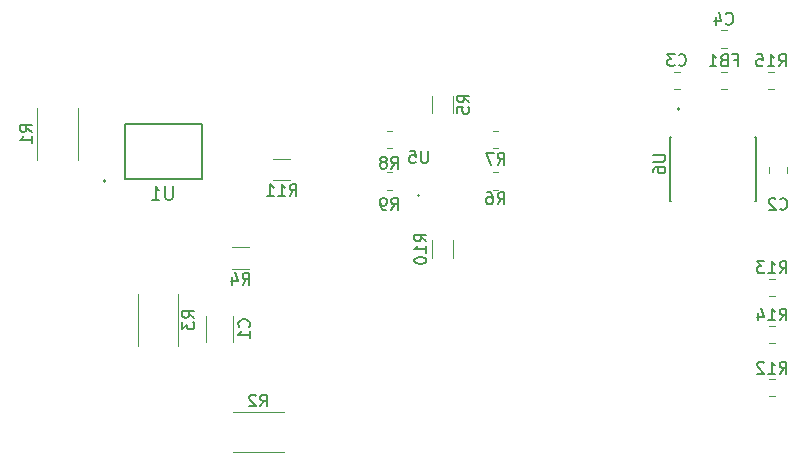
<source format=gbr>
%TF.GenerationSoftware,KiCad,Pcbnew,8.0.9-1.fc41*%
%TF.CreationDate,2025-10-07T12:33:13-07:00*%
%TF.ProjectId,silvia_pid_board,73696c76-6961-45f7-9069-645f626f6172,rev?*%
%TF.SameCoordinates,Original*%
%TF.FileFunction,Legend,Bot*%
%TF.FilePolarity,Positive*%
%FSLAX46Y46*%
G04 Gerber Fmt 4.6, Leading zero omitted, Abs format (unit mm)*
G04 Created by KiCad (PCBNEW 8.0.9-1.fc41) date 2025-10-07 12:33:13*
%MOMM*%
%LPD*%
G01*
G04 APERTURE LIST*
%ADD10C,0.150000*%
%ADD11C,0.120000*%
%ADD12C,0.127000*%
%ADD13C,0.200000*%
%ADD14C,0.050000*%
G04 APERTURE END LIST*
D10*
X53666666Y-48274819D02*
X53999999Y-47798628D01*
X54238094Y-48274819D02*
X54238094Y-47274819D01*
X54238094Y-47274819D02*
X53857142Y-47274819D01*
X53857142Y-47274819D02*
X53761904Y-47322438D01*
X53761904Y-47322438D02*
X53714285Y-47370057D01*
X53714285Y-47370057D02*
X53666666Y-47465295D01*
X53666666Y-47465295D02*
X53666666Y-47608152D01*
X53666666Y-47608152D02*
X53714285Y-47703390D01*
X53714285Y-47703390D02*
X53761904Y-47751009D01*
X53761904Y-47751009D02*
X53857142Y-47798628D01*
X53857142Y-47798628D02*
X54238094Y-47798628D01*
X52809523Y-47608152D02*
X52809523Y-48274819D01*
X53047618Y-47227200D02*
X53285713Y-47941485D01*
X53285713Y-47941485D02*
X52666666Y-47941485D01*
X55166666Y-58584819D02*
X55499999Y-58108628D01*
X55738094Y-58584819D02*
X55738094Y-57584819D01*
X55738094Y-57584819D02*
X55357142Y-57584819D01*
X55357142Y-57584819D02*
X55261904Y-57632438D01*
X55261904Y-57632438D02*
X55214285Y-57680057D01*
X55214285Y-57680057D02*
X55166666Y-57775295D01*
X55166666Y-57775295D02*
X55166666Y-57918152D01*
X55166666Y-57918152D02*
X55214285Y-58013390D01*
X55214285Y-58013390D02*
X55261904Y-58061009D01*
X55261904Y-58061009D02*
X55357142Y-58108628D01*
X55357142Y-58108628D02*
X55738094Y-58108628D01*
X54785713Y-57680057D02*
X54738094Y-57632438D01*
X54738094Y-57632438D02*
X54642856Y-57584819D01*
X54642856Y-57584819D02*
X54404761Y-57584819D01*
X54404761Y-57584819D02*
X54309523Y-57632438D01*
X54309523Y-57632438D02*
X54261904Y-57680057D01*
X54261904Y-57680057D02*
X54214285Y-57775295D01*
X54214285Y-57775295D02*
X54214285Y-57870533D01*
X54214285Y-57870533D02*
X54261904Y-58013390D01*
X54261904Y-58013390D02*
X54833332Y-58584819D01*
X54833332Y-58584819D02*
X54214285Y-58584819D01*
X35834819Y-35333333D02*
X35358628Y-35000000D01*
X35834819Y-34761905D02*
X34834819Y-34761905D01*
X34834819Y-34761905D02*
X34834819Y-35142857D01*
X34834819Y-35142857D02*
X34882438Y-35238095D01*
X34882438Y-35238095D02*
X34930057Y-35285714D01*
X34930057Y-35285714D02*
X35025295Y-35333333D01*
X35025295Y-35333333D02*
X35168152Y-35333333D01*
X35168152Y-35333333D02*
X35263390Y-35285714D01*
X35263390Y-35285714D02*
X35311009Y-35238095D01*
X35311009Y-35238095D02*
X35358628Y-35142857D01*
X35358628Y-35142857D02*
X35358628Y-34761905D01*
X35834819Y-36285714D02*
X35834819Y-35714286D01*
X35834819Y-36000000D02*
X34834819Y-36000000D01*
X34834819Y-36000000D02*
X34977676Y-35904762D01*
X34977676Y-35904762D02*
X35072914Y-35809524D01*
X35072914Y-35809524D02*
X35120533Y-35714286D01*
X66256666Y-41954819D02*
X66589999Y-41478628D01*
X66828094Y-41954819D02*
X66828094Y-40954819D01*
X66828094Y-40954819D02*
X66447142Y-40954819D01*
X66447142Y-40954819D02*
X66351904Y-41002438D01*
X66351904Y-41002438D02*
X66304285Y-41050057D01*
X66304285Y-41050057D02*
X66256666Y-41145295D01*
X66256666Y-41145295D02*
X66256666Y-41288152D01*
X66256666Y-41288152D02*
X66304285Y-41383390D01*
X66304285Y-41383390D02*
X66351904Y-41431009D01*
X66351904Y-41431009D02*
X66447142Y-41478628D01*
X66447142Y-41478628D02*
X66828094Y-41478628D01*
X65780475Y-41954819D02*
X65589999Y-41954819D01*
X65589999Y-41954819D02*
X65494761Y-41907200D01*
X65494761Y-41907200D02*
X65447142Y-41859580D01*
X65447142Y-41859580D02*
X65351904Y-41716723D01*
X65351904Y-41716723D02*
X65304285Y-41526247D01*
X65304285Y-41526247D02*
X65304285Y-41145295D01*
X65304285Y-41145295D02*
X65351904Y-41050057D01*
X65351904Y-41050057D02*
X65399523Y-41002438D01*
X65399523Y-41002438D02*
X65494761Y-40954819D01*
X65494761Y-40954819D02*
X65685237Y-40954819D01*
X65685237Y-40954819D02*
X65780475Y-41002438D01*
X65780475Y-41002438D02*
X65828094Y-41050057D01*
X65828094Y-41050057D02*
X65875713Y-41145295D01*
X65875713Y-41145295D02*
X65875713Y-41383390D01*
X65875713Y-41383390D02*
X65828094Y-41478628D01*
X65828094Y-41478628D02*
X65780475Y-41526247D01*
X65780475Y-41526247D02*
X65685237Y-41573866D01*
X65685237Y-41573866D02*
X65494761Y-41573866D01*
X65494761Y-41573866D02*
X65399523Y-41526247D01*
X65399523Y-41526247D02*
X65351904Y-41478628D01*
X65351904Y-41478628D02*
X65304285Y-41383390D01*
X90591666Y-29654580D02*
X90639285Y-29702200D01*
X90639285Y-29702200D02*
X90782142Y-29749819D01*
X90782142Y-29749819D02*
X90877380Y-29749819D01*
X90877380Y-29749819D02*
X91020237Y-29702200D01*
X91020237Y-29702200D02*
X91115475Y-29606961D01*
X91115475Y-29606961D02*
X91163094Y-29511723D01*
X91163094Y-29511723D02*
X91210713Y-29321247D01*
X91210713Y-29321247D02*
X91210713Y-29178390D01*
X91210713Y-29178390D02*
X91163094Y-28987914D01*
X91163094Y-28987914D02*
X91115475Y-28892676D01*
X91115475Y-28892676D02*
X91020237Y-28797438D01*
X91020237Y-28797438D02*
X90877380Y-28749819D01*
X90877380Y-28749819D02*
X90782142Y-28749819D01*
X90782142Y-28749819D02*
X90639285Y-28797438D01*
X90639285Y-28797438D02*
X90591666Y-28845057D01*
X90258332Y-28749819D02*
X89639285Y-28749819D01*
X89639285Y-28749819D02*
X89972618Y-29130771D01*
X89972618Y-29130771D02*
X89829761Y-29130771D01*
X89829761Y-29130771D02*
X89734523Y-29178390D01*
X89734523Y-29178390D02*
X89686904Y-29226009D01*
X89686904Y-29226009D02*
X89639285Y-29321247D01*
X89639285Y-29321247D02*
X89639285Y-29559342D01*
X89639285Y-29559342D02*
X89686904Y-29654580D01*
X89686904Y-29654580D02*
X89734523Y-29702200D01*
X89734523Y-29702200D02*
X89829761Y-29749819D01*
X89829761Y-29749819D02*
X90115475Y-29749819D01*
X90115475Y-29749819D02*
X90210713Y-29702200D01*
X90210713Y-29702200D02*
X90258332Y-29654580D01*
X57642857Y-40774819D02*
X57976190Y-40298628D01*
X58214285Y-40774819D02*
X58214285Y-39774819D01*
X58214285Y-39774819D02*
X57833333Y-39774819D01*
X57833333Y-39774819D02*
X57738095Y-39822438D01*
X57738095Y-39822438D02*
X57690476Y-39870057D01*
X57690476Y-39870057D02*
X57642857Y-39965295D01*
X57642857Y-39965295D02*
X57642857Y-40108152D01*
X57642857Y-40108152D02*
X57690476Y-40203390D01*
X57690476Y-40203390D02*
X57738095Y-40251009D01*
X57738095Y-40251009D02*
X57833333Y-40298628D01*
X57833333Y-40298628D02*
X58214285Y-40298628D01*
X56690476Y-40774819D02*
X57261904Y-40774819D01*
X56976190Y-40774819D02*
X56976190Y-39774819D01*
X56976190Y-39774819D02*
X57071428Y-39917676D01*
X57071428Y-39917676D02*
X57166666Y-40012914D01*
X57166666Y-40012914D02*
X57261904Y-40060533D01*
X55738095Y-40774819D02*
X56309523Y-40774819D01*
X56023809Y-40774819D02*
X56023809Y-39774819D01*
X56023809Y-39774819D02*
X56119047Y-39917676D01*
X56119047Y-39917676D02*
X56214285Y-40012914D01*
X56214285Y-40012914D02*
X56309523Y-40060533D01*
X99142857Y-51304819D02*
X99476190Y-50828628D01*
X99714285Y-51304819D02*
X99714285Y-50304819D01*
X99714285Y-50304819D02*
X99333333Y-50304819D01*
X99333333Y-50304819D02*
X99238095Y-50352438D01*
X99238095Y-50352438D02*
X99190476Y-50400057D01*
X99190476Y-50400057D02*
X99142857Y-50495295D01*
X99142857Y-50495295D02*
X99142857Y-50638152D01*
X99142857Y-50638152D02*
X99190476Y-50733390D01*
X99190476Y-50733390D02*
X99238095Y-50781009D01*
X99238095Y-50781009D02*
X99333333Y-50828628D01*
X99333333Y-50828628D02*
X99714285Y-50828628D01*
X98190476Y-51304819D02*
X98761904Y-51304819D01*
X98476190Y-51304819D02*
X98476190Y-50304819D01*
X98476190Y-50304819D02*
X98571428Y-50447676D01*
X98571428Y-50447676D02*
X98666666Y-50542914D01*
X98666666Y-50542914D02*
X98761904Y-50590533D01*
X97333333Y-50638152D02*
X97333333Y-51304819D01*
X97571428Y-50257200D02*
X97809523Y-50971485D01*
X97809523Y-50971485D02*
X97190476Y-50971485D01*
X69224819Y-44607142D02*
X68748628Y-44273809D01*
X69224819Y-44035714D02*
X68224819Y-44035714D01*
X68224819Y-44035714D02*
X68224819Y-44416666D01*
X68224819Y-44416666D02*
X68272438Y-44511904D01*
X68272438Y-44511904D02*
X68320057Y-44559523D01*
X68320057Y-44559523D02*
X68415295Y-44607142D01*
X68415295Y-44607142D02*
X68558152Y-44607142D01*
X68558152Y-44607142D02*
X68653390Y-44559523D01*
X68653390Y-44559523D02*
X68701009Y-44511904D01*
X68701009Y-44511904D02*
X68748628Y-44416666D01*
X68748628Y-44416666D02*
X68748628Y-44035714D01*
X69224819Y-45559523D02*
X69224819Y-44988095D01*
X69224819Y-45273809D02*
X68224819Y-45273809D01*
X68224819Y-45273809D02*
X68367676Y-45178571D01*
X68367676Y-45178571D02*
X68462914Y-45083333D01*
X68462914Y-45083333D02*
X68510533Y-44988095D01*
X68224819Y-46178571D02*
X68224819Y-46273809D01*
X68224819Y-46273809D02*
X68272438Y-46369047D01*
X68272438Y-46369047D02*
X68320057Y-46416666D01*
X68320057Y-46416666D02*
X68415295Y-46464285D01*
X68415295Y-46464285D02*
X68605771Y-46511904D01*
X68605771Y-46511904D02*
X68843866Y-46511904D01*
X68843866Y-46511904D02*
X69034342Y-46464285D01*
X69034342Y-46464285D02*
X69129580Y-46416666D01*
X69129580Y-46416666D02*
X69177200Y-46369047D01*
X69177200Y-46369047D02*
X69224819Y-46273809D01*
X69224819Y-46273809D02*
X69224819Y-46178571D01*
X69224819Y-46178571D02*
X69177200Y-46083333D01*
X69177200Y-46083333D02*
X69129580Y-46035714D01*
X69129580Y-46035714D02*
X69034342Y-45988095D01*
X69034342Y-45988095D02*
X68843866Y-45940476D01*
X68843866Y-45940476D02*
X68605771Y-45940476D01*
X68605771Y-45940476D02*
X68415295Y-45988095D01*
X68415295Y-45988095D02*
X68320057Y-46035714D01*
X68320057Y-46035714D02*
X68272438Y-46083333D01*
X68272438Y-46083333D02*
X68224819Y-46178571D01*
X75256666Y-41454819D02*
X75589999Y-40978628D01*
X75828094Y-41454819D02*
X75828094Y-40454819D01*
X75828094Y-40454819D02*
X75447142Y-40454819D01*
X75447142Y-40454819D02*
X75351904Y-40502438D01*
X75351904Y-40502438D02*
X75304285Y-40550057D01*
X75304285Y-40550057D02*
X75256666Y-40645295D01*
X75256666Y-40645295D02*
X75256666Y-40788152D01*
X75256666Y-40788152D02*
X75304285Y-40883390D01*
X75304285Y-40883390D02*
X75351904Y-40931009D01*
X75351904Y-40931009D02*
X75447142Y-40978628D01*
X75447142Y-40978628D02*
X75828094Y-40978628D01*
X74399523Y-40454819D02*
X74589999Y-40454819D01*
X74589999Y-40454819D02*
X74685237Y-40502438D01*
X74685237Y-40502438D02*
X74732856Y-40550057D01*
X74732856Y-40550057D02*
X74828094Y-40692914D01*
X74828094Y-40692914D02*
X74875713Y-40883390D01*
X74875713Y-40883390D02*
X74875713Y-41264342D01*
X74875713Y-41264342D02*
X74828094Y-41359580D01*
X74828094Y-41359580D02*
X74780475Y-41407200D01*
X74780475Y-41407200D02*
X74685237Y-41454819D01*
X74685237Y-41454819D02*
X74494761Y-41454819D01*
X74494761Y-41454819D02*
X74399523Y-41407200D01*
X74399523Y-41407200D02*
X74351904Y-41359580D01*
X74351904Y-41359580D02*
X74304285Y-41264342D01*
X74304285Y-41264342D02*
X74304285Y-41026247D01*
X74304285Y-41026247D02*
X74351904Y-40931009D01*
X74351904Y-40931009D02*
X74399523Y-40883390D01*
X74399523Y-40883390D02*
X74494761Y-40835771D01*
X74494761Y-40835771D02*
X74685237Y-40835771D01*
X74685237Y-40835771D02*
X74780475Y-40883390D01*
X74780475Y-40883390D02*
X74828094Y-40931009D01*
X74828094Y-40931009D02*
X74875713Y-41026247D01*
X99142857Y-47304819D02*
X99476190Y-46828628D01*
X99714285Y-47304819D02*
X99714285Y-46304819D01*
X99714285Y-46304819D02*
X99333333Y-46304819D01*
X99333333Y-46304819D02*
X99238095Y-46352438D01*
X99238095Y-46352438D02*
X99190476Y-46400057D01*
X99190476Y-46400057D02*
X99142857Y-46495295D01*
X99142857Y-46495295D02*
X99142857Y-46638152D01*
X99142857Y-46638152D02*
X99190476Y-46733390D01*
X99190476Y-46733390D02*
X99238095Y-46781009D01*
X99238095Y-46781009D02*
X99333333Y-46828628D01*
X99333333Y-46828628D02*
X99714285Y-46828628D01*
X98190476Y-47304819D02*
X98761904Y-47304819D01*
X98476190Y-47304819D02*
X98476190Y-46304819D01*
X98476190Y-46304819D02*
X98571428Y-46447676D01*
X98571428Y-46447676D02*
X98666666Y-46542914D01*
X98666666Y-46542914D02*
X98761904Y-46590533D01*
X97857142Y-46304819D02*
X97238095Y-46304819D01*
X97238095Y-46304819D02*
X97571428Y-46685771D01*
X97571428Y-46685771D02*
X97428571Y-46685771D01*
X97428571Y-46685771D02*
X97333333Y-46733390D01*
X97333333Y-46733390D02*
X97285714Y-46781009D01*
X97285714Y-46781009D02*
X97238095Y-46876247D01*
X97238095Y-46876247D02*
X97238095Y-47114342D01*
X97238095Y-47114342D02*
X97285714Y-47209580D01*
X97285714Y-47209580D02*
X97333333Y-47257200D01*
X97333333Y-47257200D02*
X97428571Y-47304819D01*
X97428571Y-47304819D02*
X97714285Y-47304819D01*
X97714285Y-47304819D02*
X97809523Y-47257200D01*
X97809523Y-47257200D02*
X97857142Y-47209580D01*
X88446819Y-37278095D02*
X89256342Y-37278095D01*
X89256342Y-37278095D02*
X89351580Y-37325714D01*
X89351580Y-37325714D02*
X89399200Y-37373333D01*
X89399200Y-37373333D02*
X89446819Y-37468571D01*
X89446819Y-37468571D02*
X89446819Y-37659047D01*
X89446819Y-37659047D02*
X89399200Y-37754285D01*
X89399200Y-37754285D02*
X89351580Y-37801904D01*
X89351580Y-37801904D02*
X89256342Y-37849523D01*
X89256342Y-37849523D02*
X88446819Y-37849523D01*
X88446819Y-38754285D02*
X88446819Y-38563809D01*
X88446819Y-38563809D02*
X88494438Y-38468571D01*
X88494438Y-38468571D02*
X88542057Y-38420952D01*
X88542057Y-38420952D02*
X88684914Y-38325714D01*
X88684914Y-38325714D02*
X88875390Y-38278095D01*
X88875390Y-38278095D02*
X89256342Y-38278095D01*
X89256342Y-38278095D02*
X89351580Y-38325714D01*
X89351580Y-38325714D02*
X89399200Y-38373333D01*
X89399200Y-38373333D02*
X89446819Y-38468571D01*
X89446819Y-38468571D02*
X89446819Y-38659047D01*
X89446819Y-38659047D02*
X89399200Y-38754285D01*
X89399200Y-38754285D02*
X89351580Y-38801904D01*
X89351580Y-38801904D02*
X89256342Y-38849523D01*
X89256342Y-38849523D02*
X89018247Y-38849523D01*
X89018247Y-38849523D02*
X88923009Y-38801904D01*
X88923009Y-38801904D02*
X88875390Y-38754285D01*
X88875390Y-38754285D02*
X88827771Y-38659047D01*
X88827771Y-38659047D02*
X88827771Y-38468571D01*
X88827771Y-38468571D02*
X88875390Y-38373333D01*
X88875390Y-38373333D02*
X88923009Y-38325714D01*
X88923009Y-38325714D02*
X89018247Y-38278095D01*
X99166666Y-41859580D02*
X99214285Y-41907200D01*
X99214285Y-41907200D02*
X99357142Y-41954819D01*
X99357142Y-41954819D02*
X99452380Y-41954819D01*
X99452380Y-41954819D02*
X99595237Y-41907200D01*
X99595237Y-41907200D02*
X99690475Y-41811961D01*
X99690475Y-41811961D02*
X99738094Y-41716723D01*
X99738094Y-41716723D02*
X99785713Y-41526247D01*
X99785713Y-41526247D02*
X99785713Y-41383390D01*
X99785713Y-41383390D02*
X99738094Y-41192914D01*
X99738094Y-41192914D02*
X99690475Y-41097676D01*
X99690475Y-41097676D02*
X99595237Y-41002438D01*
X99595237Y-41002438D02*
X99452380Y-40954819D01*
X99452380Y-40954819D02*
X99357142Y-40954819D01*
X99357142Y-40954819D02*
X99214285Y-41002438D01*
X99214285Y-41002438D02*
X99166666Y-41050057D01*
X98785713Y-41050057D02*
X98738094Y-41002438D01*
X98738094Y-41002438D02*
X98642856Y-40954819D01*
X98642856Y-40954819D02*
X98404761Y-40954819D01*
X98404761Y-40954819D02*
X98309523Y-41002438D01*
X98309523Y-41002438D02*
X98261904Y-41050057D01*
X98261904Y-41050057D02*
X98214285Y-41145295D01*
X98214285Y-41145295D02*
X98214285Y-41240533D01*
X98214285Y-41240533D02*
X98261904Y-41383390D01*
X98261904Y-41383390D02*
X98833332Y-41954819D01*
X98833332Y-41954819D02*
X98214285Y-41954819D01*
X99142857Y-55804819D02*
X99476190Y-55328628D01*
X99714285Y-55804819D02*
X99714285Y-54804819D01*
X99714285Y-54804819D02*
X99333333Y-54804819D01*
X99333333Y-54804819D02*
X99238095Y-54852438D01*
X99238095Y-54852438D02*
X99190476Y-54900057D01*
X99190476Y-54900057D02*
X99142857Y-54995295D01*
X99142857Y-54995295D02*
X99142857Y-55138152D01*
X99142857Y-55138152D02*
X99190476Y-55233390D01*
X99190476Y-55233390D02*
X99238095Y-55281009D01*
X99238095Y-55281009D02*
X99333333Y-55328628D01*
X99333333Y-55328628D02*
X99714285Y-55328628D01*
X98190476Y-55804819D02*
X98761904Y-55804819D01*
X98476190Y-55804819D02*
X98476190Y-54804819D01*
X98476190Y-54804819D02*
X98571428Y-54947676D01*
X98571428Y-54947676D02*
X98666666Y-55042914D01*
X98666666Y-55042914D02*
X98761904Y-55090533D01*
X97809523Y-54900057D02*
X97761904Y-54852438D01*
X97761904Y-54852438D02*
X97666666Y-54804819D01*
X97666666Y-54804819D02*
X97428571Y-54804819D01*
X97428571Y-54804819D02*
X97333333Y-54852438D01*
X97333333Y-54852438D02*
X97285714Y-54900057D01*
X97285714Y-54900057D02*
X97238095Y-54995295D01*
X97238095Y-54995295D02*
X97238095Y-55090533D01*
X97238095Y-55090533D02*
X97285714Y-55233390D01*
X97285714Y-55233390D02*
X97857142Y-55804819D01*
X97857142Y-55804819D02*
X97238095Y-55804819D01*
X75256666Y-38104819D02*
X75589999Y-37628628D01*
X75828094Y-38104819D02*
X75828094Y-37104819D01*
X75828094Y-37104819D02*
X75447142Y-37104819D01*
X75447142Y-37104819D02*
X75351904Y-37152438D01*
X75351904Y-37152438D02*
X75304285Y-37200057D01*
X75304285Y-37200057D02*
X75256666Y-37295295D01*
X75256666Y-37295295D02*
X75256666Y-37438152D01*
X75256666Y-37438152D02*
X75304285Y-37533390D01*
X75304285Y-37533390D02*
X75351904Y-37581009D01*
X75351904Y-37581009D02*
X75447142Y-37628628D01*
X75447142Y-37628628D02*
X75828094Y-37628628D01*
X74923332Y-37104819D02*
X74256666Y-37104819D01*
X74256666Y-37104819D02*
X74685237Y-38104819D01*
X49574819Y-51083333D02*
X49098628Y-50750000D01*
X49574819Y-50511905D02*
X48574819Y-50511905D01*
X48574819Y-50511905D02*
X48574819Y-50892857D01*
X48574819Y-50892857D02*
X48622438Y-50988095D01*
X48622438Y-50988095D02*
X48670057Y-51035714D01*
X48670057Y-51035714D02*
X48765295Y-51083333D01*
X48765295Y-51083333D02*
X48908152Y-51083333D01*
X48908152Y-51083333D02*
X49003390Y-51035714D01*
X49003390Y-51035714D02*
X49051009Y-50988095D01*
X49051009Y-50988095D02*
X49098628Y-50892857D01*
X49098628Y-50892857D02*
X49098628Y-50511905D01*
X48574819Y-51416667D02*
X48574819Y-52035714D01*
X48574819Y-52035714D02*
X48955771Y-51702381D01*
X48955771Y-51702381D02*
X48955771Y-51845238D01*
X48955771Y-51845238D02*
X49003390Y-51940476D01*
X49003390Y-51940476D02*
X49051009Y-51988095D01*
X49051009Y-51988095D02*
X49146247Y-52035714D01*
X49146247Y-52035714D02*
X49384342Y-52035714D01*
X49384342Y-52035714D02*
X49479580Y-51988095D01*
X49479580Y-51988095D02*
X49527200Y-51940476D01*
X49527200Y-51940476D02*
X49574819Y-51845238D01*
X49574819Y-51845238D02*
X49574819Y-51559524D01*
X49574819Y-51559524D02*
X49527200Y-51464286D01*
X49527200Y-51464286D02*
X49479580Y-51416667D01*
X95258333Y-29256009D02*
X95591666Y-29256009D01*
X95591666Y-29779819D02*
X95591666Y-28779819D01*
X95591666Y-28779819D02*
X95115476Y-28779819D01*
X94401190Y-29256009D02*
X94258333Y-29303628D01*
X94258333Y-29303628D02*
X94210714Y-29351247D01*
X94210714Y-29351247D02*
X94163095Y-29446485D01*
X94163095Y-29446485D02*
X94163095Y-29589342D01*
X94163095Y-29589342D02*
X94210714Y-29684580D01*
X94210714Y-29684580D02*
X94258333Y-29732200D01*
X94258333Y-29732200D02*
X94353571Y-29779819D01*
X94353571Y-29779819D02*
X94734523Y-29779819D01*
X94734523Y-29779819D02*
X94734523Y-28779819D01*
X94734523Y-28779819D02*
X94401190Y-28779819D01*
X94401190Y-28779819D02*
X94305952Y-28827438D01*
X94305952Y-28827438D02*
X94258333Y-28875057D01*
X94258333Y-28875057D02*
X94210714Y-28970295D01*
X94210714Y-28970295D02*
X94210714Y-29065533D01*
X94210714Y-29065533D02*
X94258333Y-29160771D01*
X94258333Y-29160771D02*
X94305952Y-29208390D01*
X94305952Y-29208390D02*
X94401190Y-29256009D01*
X94401190Y-29256009D02*
X94734523Y-29256009D01*
X93210714Y-29779819D02*
X93782142Y-29779819D01*
X93496428Y-29779819D02*
X93496428Y-28779819D01*
X93496428Y-28779819D02*
X93591666Y-28922676D01*
X93591666Y-28922676D02*
X93686904Y-29017914D01*
X93686904Y-29017914D02*
X93782142Y-29065533D01*
X69351904Y-36954819D02*
X69351904Y-37764342D01*
X69351904Y-37764342D02*
X69304285Y-37859580D01*
X69304285Y-37859580D02*
X69256666Y-37907200D01*
X69256666Y-37907200D02*
X69161428Y-37954819D01*
X69161428Y-37954819D02*
X68970952Y-37954819D01*
X68970952Y-37954819D02*
X68875714Y-37907200D01*
X68875714Y-37907200D02*
X68828095Y-37859580D01*
X68828095Y-37859580D02*
X68780476Y-37764342D01*
X68780476Y-37764342D02*
X68780476Y-36954819D01*
X67828095Y-36954819D02*
X68304285Y-36954819D01*
X68304285Y-36954819D02*
X68351904Y-37431009D01*
X68351904Y-37431009D02*
X68304285Y-37383390D01*
X68304285Y-37383390D02*
X68209047Y-37335771D01*
X68209047Y-37335771D02*
X67970952Y-37335771D01*
X67970952Y-37335771D02*
X67875714Y-37383390D01*
X67875714Y-37383390D02*
X67828095Y-37431009D01*
X67828095Y-37431009D02*
X67780476Y-37526247D01*
X67780476Y-37526247D02*
X67780476Y-37764342D01*
X67780476Y-37764342D02*
X67828095Y-37859580D01*
X67828095Y-37859580D02*
X67875714Y-37907200D01*
X67875714Y-37907200D02*
X67970952Y-37954819D01*
X67970952Y-37954819D02*
X68209047Y-37954819D01*
X68209047Y-37954819D02*
X68304285Y-37907200D01*
X68304285Y-37907200D02*
X68351904Y-37859580D01*
X99067857Y-29779819D02*
X99401190Y-29303628D01*
X99639285Y-29779819D02*
X99639285Y-28779819D01*
X99639285Y-28779819D02*
X99258333Y-28779819D01*
X99258333Y-28779819D02*
X99163095Y-28827438D01*
X99163095Y-28827438D02*
X99115476Y-28875057D01*
X99115476Y-28875057D02*
X99067857Y-28970295D01*
X99067857Y-28970295D02*
X99067857Y-29113152D01*
X99067857Y-29113152D02*
X99115476Y-29208390D01*
X99115476Y-29208390D02*
X99163095Y-29256009D01*
X99163095Y-29256009D02*
X99258333Y-29303628D01*
X99258333Y-29303628D02*
X99639285Y-29303628D01*
X98115476Y-29779819D02*
X98686904Y-29779819D01*
X98401190Y-29779819D02*
X98401190Y-28779819D01*
X98401190Y-28779819D02*
X98496428Y-28922676D01*
X98496428Y-28922676D02*
X98591666Y-29017914D01*
X98591666Y-29017914D02*
X98686904Y-29065533D01*
X97210714Y-28779819D02*
X97686904Y-28779819D01*
X97686904Y-28779819D02*
X97734523Y-29256009D01*
X97734523Y-29256009D02*
X97686904Y-29208390D01*
X97686904Y-29208390D02*
X97591666Y-29160771D01*
X97591666Y-29160771D02*
X97353571Y-29160771D01*
X97353571Y-29160771D02*
X97258333Y-29208390D01*
X97258333Y-29208390D02*
X97210714Y-29256009D01*
X97210714Y-29256009D02*
X97163095Y-29351247D01*
X97163095Y-29351247D02*
X97163095Y-29589342D01*
X97163095Y-29589342D02*
X97210714Y-29684580D01*
X97210714Y-29684580D02*
X97258333Y-29732200D01*
X97258333Y-29732200D02*
X97353571Y-29779819D01*
X97353571Y-29779819D02*
X97591666Y-29779819D01*
X97591666Y-29779819D02*
X97686904Y-29732200D01*
X97686904Y-29732200D02*
X97734523Y-29684580D01*
X94591666Y-26154580D02*
X94639285Y-26202200D01*
X94639285Y-26202200D02*
X94782142Y-26249819D01*
X94782142Y-26249819D02*
X94877380Y-26249819D01*
X94877380Y-26249819D02*
X95020237Y-26202200D01*
X95020237Y-26202200D02*
X95115475Y-26106961D01*
X95115475Y-26106961D02*
X95163094Y-26011723D01*
X95163094Y-26011723D02*
X95210713Y-25821247D01*
X95210713Y-25821247D02*
X95210713Y-25678390D01*
X95210713Y-25678390D02*
X95163094Y-25487914D01*
X95163094Y-25487914D02*
X95115475Y-25392676D01*
X95115475Y-25392676D02*
X95020237Y-25297438D01*
X95020237Y-25297438D02*
X94877380Y-25249819D01*
X94877380Y-25249819D02*
X94782142Y-25249819D01*
X94782142Y-25249819D02*
X94639285Y-25297438D01*
X94639285Y-25297438D02*
X94591666Y-25345057D01*
X93734523Y-25583152D02*
X93734523Y-26249819D01*
X93972618Y-25202200D02*
X94210713Y-25916485D01*
X94210713Y-25916485D02*
X93591666Y-25916485D01*
X47768427Y-39952254D02*
X47768427Y-40871197D01*
X47768427Y-40871197D02*
X47714372Y-40979308D01*
X47714372Y-40979308D02*
X47660316Y-41033364D01*
X47660316Y-41033364D02*
X47552205Y-41087419D01*
X47552205Y-41087419D02*
X47335983Y-41087419D01*
X47335983Y-41087419D02*
X47227872Y-41033364D01*
X47227872Y-41033364D02*
X47173817Y-40979308D01*
X47173817Y-40979308D02*
X47119761Y-40871197D01*
X47119761Y-40871197D02*
X47119761Y-39952254D01*
X45984597Y-41087419D02*
X46633263Y-41087419D01*
X46308930Y-41087419D02*
X46308930Y-39952254D01*
X46308930Y-39952254D02*
X46417041Y-40114420D01*
X46417041Y-40114420D02*
X46525152Y-40222531D01*
X46525152Y-40222531D02*
X46633263Y-40276587D01*
X72864819Y-32833333D02*
X72388628Y-32500000D01*
X72864819Y-32261905D02*
X71864819Y-32261905D01*
X71864819Y-32261905D02*
X71864819Y-32642857D01*
X71864819Y-32642857D02*
X71912438Y-32738095D01*
X71912438Y-32738095D02*
X71960057Y-32785714D01*
X71960057Y-32785714D02*
X72055295Y-32833333D01*
X72055295Y-32833333D02*
X72198152Y-32833333D01*
X72198152Y-32833333D02*
X72293390Y-32785714D01*
X72293390Y-32785714D02*
X72341009Y-32738095D01*
X72341009Y-32738095D02*
X72388628Y-32642857D01*
X72388628Y-32642857D02*
X72388628Y-32261905D01*
X71864819Y-33738095D02*
X71864819Y-33261905D01*
X71864819Y-33261905D02*
X72341009Y-33214286D01*
X72341009Y-33214286D02*
X72293390Y-33261905D01*
X72293390Y-33261905D02*
X72245771Y-33357143D01*
X72245771Y-33357143D02*
X72245771Y-33595238D01*
X72245771Y-33595238D02*
X72293390Y-33690476D01*
X72293390Y-33690476D02*
X72341009Y-33738095D01*
X72341009Y-33738095D02*
X72436247Y-33785714D01*
X72436247Y-33785714D02*
X72674342Y-33785714D01*
X72674342Y-33785714D02*
X72769580Y-33738095D01*
X72769580Y-33738095D02*
X72817200Y-33690476D01*
X72817200Y-33690476D02*
X72864819Y-33595238D01*
X72864819Y-33595238D02*
X72864819Y-33357143D01*
X72864819Y-33357143D02*
X72817200Y-33261905D01*
X72817200Y-33261905D02*
X72769580Y-33214286D01*
X54209580Y-51833333D02*
X54257200Y-51785714D01*
X54257200Y-51785714D02*
X54304819Y-51642857D01*
X54304819Y-51642857D02*
X54304819Y-51547619D01*
X54304819Y-51547619D02*
X54257200Y-51404762D01*
X54257200Y-51404762D02*
X54161961Y-51309524D01*
X54161961Y-51309524D02*
X54066723Y-51261905D01*
X54066723Y-51261905D02*
X53876247Y-51214286D01*
X53876247Y-51214286D02*
X53733390Y-51214286D01*
X53733390Y-51214286D02*
X53542914Y-51261905D01*
X53542914Y-51261905D02*
X53447676Y-51309524D01*
X53447676Y-51309524D02*
X53352438Y-51404762D01*
X53352438Y-51404762D02*
X53304819Y-51547619D01*
X53304819Y-51547619D02*
X53304819Y-51642857D01*
X53304819Y-51642857D02*
X53352438Y-51785714D01*
X53352438Y-51785714D02*
X53400057Y-51833333D01*
X54304819Y-52785714D02*
X54304819Y-52214286D01*
X54304819Y-52500000D02*
X53304819Y-52500000D01*
X53304819Y-52500000D02*
X53447676Y-52404762D01*
X53447676Y-52404762D02*
X53542914Y-52309524D01*
X53542914Y-52309524D02*
X53590533Y-52214286D01*
X66256666Y-38454819D02*
X66589999Y-37978628D01*
X66828094Y-38454819D02*
X66828094Y-37454819D01*
X66828094Y-37454819D02*
X66447142Y-37454819D01*
X66447142Y-37454819D02*
X66351904Y-37502438D01*
X66351904Y-37502438D02*
X66304285Y-37550057D01*
X66304285Y-37550057D02*
X66256666Y-37645295D01*
X66256666Y-37645295D02*
X66256666Y-37788152D01*
X66256666Y-37788152D02*
X66304285Y-37883390D01*
X66304285Y-37883390D02*
X66351904Y-37931009D01*
X66351904Y-37931009D02*
X66447142Y-37978628D01*
X66447142Y-37978628D02*
X66828094Y-37978628D01*
X65685237Y-37883390D02*
X65780475Y-37835771D01*
X65780475Y-37835771D02*
X65828094Y-37788152D01*
X65828094Y-37788152D02*
X65875713Y-37692914D01*
X65875713Y-37692914D02*
X65875713Y-37645295D01*
X65875713Y-37645295D02*
X65828094Y-37550057D01*
X65828094Y-37550057D02*
X65780475Y-37502438D01*
X65780475Y-37502438D02*
X65685237Y-37454819D01*
X65685237Y-37454819D02*
X65494761Y-37454819D01*
X65494761Y-37454819D02*
X65399523Y-37502438D01*
X65399523Y-37502438D02*
X65351904Y-37550057D01*
X65351904Y-37550057D02*
X65304285Y-37645295D01*
X65304285Y-37645295D02*
X65304285Y-37692914D01*
X65304285Y-37692914D02*
X65351904Y-37788152D01*
X65351904Y-37788152D02*
X65399523Y-37835771D01*
X65399523Y-37835771D02*
X65494761Y-37883390D01*
X65494761Y-37883390D02*
X65685237Y-37883390D01*
X65685237Y-37883390D02*
X65780475Y-37931009D01*
X65780475Y-37931009D02*
X65828094Y-37978628D01*
X65828094Y-37978628D02*
X65875713Y-38073866D01*
X65875713Y-38073866D02*
X65875713Y-38264342D01*
X65875713Y-38264342D02*
X65828094Y-38359580D01*
X65828094Y-38359580D02*
X65780475Y-38407200D01*
X65780475Y-38407200D02*
X65685237Y-38454819D01*
X65685237Y-38454819D02*
X65494761Y-38454819D01*
X65494761Y-38454819D02*
X65399523Y-38407200D01*
X65399523Y-38407200D02*
X65351904Y-38359580D01*
X65351904Y-38359580D02*
X65304285Y-38264342D01*
X65304285Y-38264342D02*
X65304285Y-38073866D01*
X65304285Y-38073866D02*
X65351904Y-37978628D01*
X65351904Y-37978628D02*
X65399523Y-37931009D01*
X65399523Y-37931009D02*
X65494761Y-37883390D01*
D11*
%TO.C,R4*%
X54227064Y-45090000D02*
X52772936Y-45090000D01*
X54227064Y-46910000D02*
X52772936Y-46910000D01*
%TO.C,R2*%
X52822936Y-59040000D02*
X57177064Y-59040000D01*
X52822936Y-62460000D02*
X57177064Y-62460000D01*
%TO.C,R1*%
X36290000Y-37677064D02*
X36290000Y-33322936D01*
X39710000Y-37677064D02*
X39710000Y-33322936D01*
%TO.C,R9*%
X65862936Y-38765000D02*
X66317064Y-38765000D01*
X65862936Y-40235000D02*
X66317064Y-40235000D01*
%TO.C,C3*%
X90163748Y-30240000D02*
X90686252Y-30240000D01*
X90163748Y-31710000D02*
X90686252Y-31710000D01*
%TO.C,R11*%
X57727064Y-37590000D02*
X56272936Y-37590000D01*
X57727064Y-39410000D02*
X56272936Y-39410000D01*
%TO.C,R14*%
X98272936Y-51765000D02*
X98727064Y-51765000D01*
X98272936Y-53235000D02*
X98727064Y-53235000D01*
%TO.C,R10*%
X69680000Y-45977064D02*
X69680000Y-44522936D01*
X71500000Y-45977064D02*
X71500000Y-44522936D01*
%TO.C,R6*%
X74862936Y-38765000D02*
X75317064Y-38765000D01*
X74862936Y-40235000D02*
X75317064Y-40235000D01*
%TO.C,R13*%
X98272936Y-47765000D02*
X98727064Y-47765000D01*
X98272936Y-49235000D02*
X98727064Y-49235000D01*
D12*
%TO.C,U6*%
X89830000Y-35810000D02*
X89980000Y-35810000D01*
X89830000Y-41190000D02*
X89830000Y-35810000D01*
X89980000Y-41190000D02*
X89830000Y-41190000D01*
X97020000Y-35810000D02*
X97170000Y-35810000D01*
X97170000Y-35810000D02*
X97170000Y-41190000D01*
X97170000Y-41190000D02*
X97020000Y-41190000D01*
D13*
X90700000Y-33400000D02*
G75*
G02*
X90500000Y-33400000I-100000J0D01*
G01*
X90500000Y-33400000D02*
G75*
G02*
X90700000Y-33400000I100000J0D01*
G01*
D11*
%TO.C,C2*%
X98265000Y-38798752D02*
X98265000Y-38276248D01*
X99735000Y-38798752D02*
X99735000Y-38276248D01*
%TO.C,R12*%
X98272936Y-56265000D02*
X98727064Y-56265000D01*
X98272936Y-57735000D02*
X98727064Y-57735000D01*
%TO.C,R7*%
X75317064Y-35265000D02*
X74862936Y-35265000D01*
X75317064Y-36735000D02*
X74862936Y-36735000D01*
%TO.C,R3*%
X44790000Y-49072936D02*
X44790000Y-53427064D01*
X48210000Y-49072936D02*
X48210000Y-53427064D01*
%TO.C,FB1*%
X94197936Y-30240000D02*
X94652064Y-30240000D01*
X94197936Y-31710000D02*
X94652064Y-31710000D01*
D14*
%TO.C,U5*%
X68649957Y-40713854D02*
G75*
G02*
X68488713Y-40713854I-80622J0D01*
G01*
X68488713Y-40713854D02*
G75*
G02*
X68649957Y-40713854I80622J0D01*
G01*
D11*
%TO.C,R15*%
X98197936Y-30240000D02*
X98652064Y-30240000D01*
X98197936Y-31710000D02*
X98652064Y-31710000D01*
%TO.C,C4*%
X94163748Y-26740000D02*
X94686252Y-26740000D01*
X94163748Y-28210000D02*
X94686252Y-28210000D01*
D12*
%TO.C,U1*%
X43750000Y-34700000D02*
X50250000Y-34700000D01*
X43750000Y-39300000D02*
X43750000Y-34700000D01*
X50250000Y-34700000D02*
X50250000Y-39300000D01*
X50250000Y-39300000D02*
X43750000Y-39300000D01*
D13*
X42100000Y-39500000D02*
G75*
G02*
X41900000Y-39500000I-100000J0D01*
G01*
X41900000Y-39500000D02*
G75*
G02*
X42100000Y-39500000I100000J0D01*
G01*
D11*
%TO.C,R5*%
X69680000Y-32272936D02*
X69680000Y-33727064D01*
X71500000Y-32272936D02*
X71500000Y-33727064D01*
%TO.C,C1*%
X50615000Y-50902631D02*
X50615000Y-53097369D01*
X52885000Y-50902631D02*
X52885000Y-53097369D01*
%TO.C,R8*%
X65862936Y-35265000D02*
X66317064Y-35265000D01*
X65862936Y-36735000D02*
X66317064Y-36735000D01*
%TD*%
M02*

</source>
